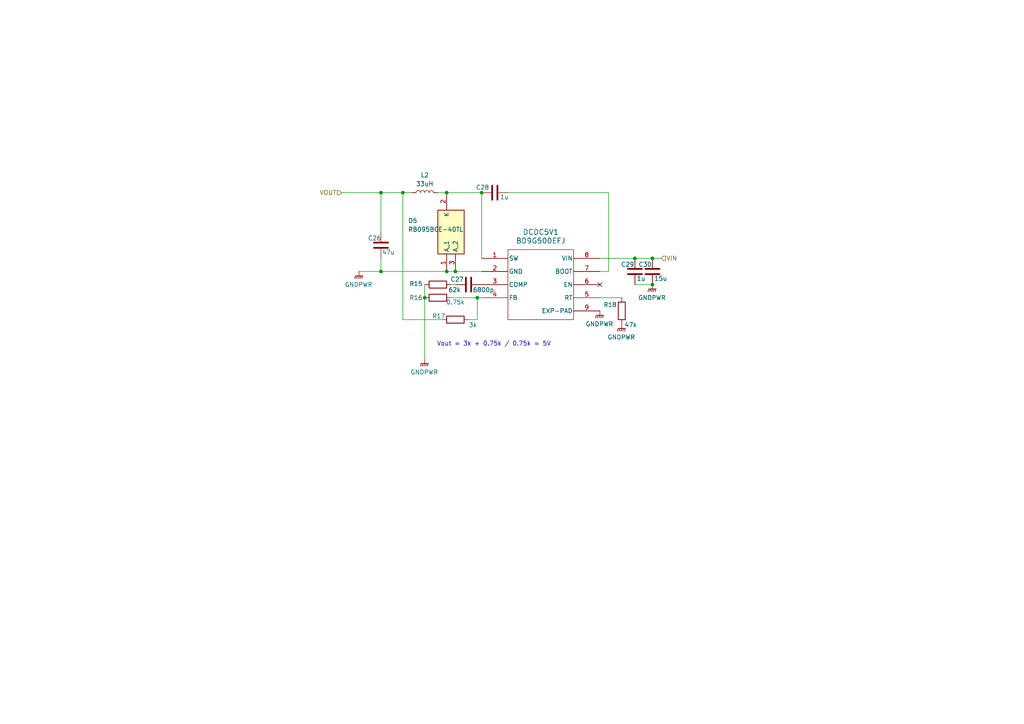
<source format=kicad_sch>
(kicad_sch (version 20250114) (generator "eeschema") (generator_version "9.0")
  (paper "A4")
  (lib_symbols
    (symbol "2025-08-07_11-28-52:BD9G500EFJ" (pin_names (offset 0.254))
      (property "Reference" "U" (at 0 23.114 0))
      (property "Value" "BD9G500EFJ" (at 0 25.654 0))
      (symbol "BD9G500EFJ_0_1"
        (pin unspecified line (at -16.51 17.78 0) (length 7.62) (name "SW") (number "1"))
        (pin unspecified line (at -16.51 13.97 0) (length 7.62) (name "GND") (number "2"))
        (pin unspecified line (at -16.51 10.16 0) (length 7.62) (name "COMP") (number "3"))
        (pin unspecified line (at -16.51 6.35 0) (length 7.62) (name "FB") (number "4"))
        (pin unspecified line (at 17.78 17.78 180) (length 7.62) (name "VIN") (number "8"))
        (pin unspecified line (at 17.78 13.97 180) (length 7.62) (name "BOOT") (number "7"))
        (pin unspecified line (at 17.78 10.16 180) (length 7.62) (name "EN") (number "6"))
        (pin unspecified line (at 17.78 6.35 180) (length 7.62) (name "RT") (number "5"))
        (pin unspecified line (at 17.78 2.54 180) (length 7.62) (name "EXP-PAD") (number "9"))
      )
      (symbol "BD9G500EFJ_1_1"
        (rectangle (start -8.89 20.32) (end 10.16 0))
      )
    )
    (symbol "Device:C" (pin_numbers (hide yes)) (pin_names (offset 0.254))
      (property "Reference" "C" (at 0.635 2.54 0))
      (property "Value" "C" (at 0.635 -2.54 0))
      (symbol "C_0_1"
        (polyline (pts (xy -2.032 0.762) (xy 2.032 0.762)) (stroke (width 0.508)))
        (polyline (pts (xy -2.032 -0.762) (xy 2.032 -0.762)) (stroke (width 0.508)))
      )
      (symbol "C_1_1"
        (pin passive line (at 0 3.81 270) (length 2.794) (name "~") (number "1"))
        (pin passive line (at 0 -3.81 90) (length 2.794) (name "~") (number "2"))
      )
    )
    (symbol "Device:L" (pin_numbers (hide yes)) (pin_names (offset 1.016) (hide yes))
      (property "Reference" "L" (at -1.27 0 90))
      (property "Value" "L" (at 1.905 0 90))
      (symbol "L_0_1"
        (arc (start 0 2.54) (mid 0.6323 1.905) (end 0 1.27))
        (arc (start 0 1.27) (mid 0.6323 0.635) (end 0 0))
        (arc (start 0 0) (mid 0.6323 -0.635) (end 0 -1.27))
        (arc (start 0 -1.27) (mid 0.6323 -1.905) (end 0 -2.54))
      )
      (symbol "L_1_1"
        (pin passive line (at 0 3.81 270) (length 1.27) (name "1") (number "1"))
        (pin passive line (at 0 -3.81 90) (length 1.27) (name "2") (number "2"))
      )
    )
    (symbol "Device:R" (pin_numbers (hide yes)) (pin_names (offset 0))
      (property "Reference" "R" (at 2.032 0 90))
      (property "Value" "R" (at 0 0 90))
      (symbol "R_0_1"
        (rectangle (start -1.016 -2.54) (end 1.016 2.54) (stroke (width 0.254)))
      )
      (symbol "R_1_1"
        (pin passive line (at 0 3.81 270) (length 1.27) (name "~") (number "1"))
        (pin passive line (at 0 -3.81 90) (length 1.27) (name "~") (number "2"))
      )
    )
    (symbol "RB095BGE-40TL:RB095BGE-40TL"
      (property "Reference" "D" (at 19.05 7.62 0))
      (property "Value" "RB095BGE-40TL" (at 19.05 5.08 0))
      (symbol "RB095BGE-40TL_1_1"
        (rectangle (start 5.08 2.54) (end 17.78 -5.08) (stroke (width 0.254)) (fill (type background)))
        (pin passive line (at 0 0 0) (length 5.08) (name "A_1") (number "1"))
        (pin passive line (at 0 -2.54 0) (length 5.08) (name "A_2") (number "3"))
        (pin passive line (at 22.86 0 180) (length 5.08) (name "K") (number "2"))
      )
    )
    (symbol "power:GNDPWR" (power) (pin_numbers (hide yes)) (pin_names (offset 0) (hide yes))
      (property "Value" "GNDPWR" (at 0 -3.302 0))
      (symbol "GNDPWR_0_1"
        (polyline (pts (xy -1.016 -1.27) (xy -1.27 -2.032) (xy -1.27 -2.032)) (stroke (width 0.2032)))
        (polyline (pts (xy -0.508 -1.27) (xy -0.762 -2.032) (xy -0.762 -2.032)) (stroke (width 0.2032)))
        (polyline (pts (xy 0 -1.27) (xy 0 0)))
        (polyline (pts (xy 0 -1.27) (xy -0.254 -2.032) (xy -0.254 -2.032)) (stroke (width 0.2032)))
        (polyline (pts (xy 0.508 -1.27) (xy 0.254 -2.032) (xy 0.254 -2.032)) (stroke (width 0.2032)))
        (polyline (pts (xy 1.016 -1.27) (xy -1.016 -1.27) (xy -1.016 -1.27)) (stroke (width 0.2032)))
        (polyline (pts (xy 1.016 -1.27) (xy 0.762 -2.032) (xy 0.762 -2.032) (xy 0.762 -2.032)) (stroke (width 0.2032)))
      )
      (symbol "GNDPWR_1_1"
        (pin power_in line (at 0 0 270) (length 0) (name "~") (number "1"))
      )
    )
  )
  (text "Vout = 3k + 0.75k / 0.75k = 5V" (at 143.256 99.822 0) (effects (font (size 1.27 1.27))))
  (junction (at 184.15 74.93))
  (junction (at 132.08 78.74))
  (junction (at 110.49 78.74))
  (junction (at 189.23 82.55))
  (junction (at 110.49 55.88))
  (junction (at 129.54 55.88))
  (junction (at 139.7 55.88))
  (junction (at 123.19 86.36))
  (junction (at 129.54 78.74))
  (junction (at 116.84 55.88))
  (junction (at 138.43 86.36))
  (junction (at 189.23 74.93))
  (no_connect (at 173.99 82.55))
  (wire (pts (xy 116.84 92.71) (xy 128.27 92.71)))
  (wire (pts (xy 123.19 86.36) (xy 123.19 104.14)))
  (wire (pts (xy 138.43 86.36) (xy 138.43 92.71)))
  (wire (pts (xy 173.99 86.36) (xy 180.34 86.36)))
  (wire (pts (xy 184.15 74.93) (xy 189.23 74.93)))
  (wire (pts (xy 139.7 74.93) (xy 139.7 55.88)))
  (wire (pts (xy 123.19 82.55) (xy 123.19 86.36)))
  (wire (pts (xy 127 55.88) (xy 129.54 55.88)))
  (wire (pts (xy 147.32 55.88) (xy 176.53 55.88)))
  (wire (pts (xy 129.54 55.88) (xy 139.7 55.88)))
  (wire (pts (xy 135.89 92.71) (xy 138.43 92.71)))
  (wire (pts (xy 138.43 86.36) (xy 139.7 86.36)))
  (wire (pts (xy 132.08 78.74) (xy 139.7 78.74)))
  (wire (pts (xy 110.49 78.74) (xy 129.54 78.74)))
  (wire (pts (xy 184.15 82.55) (xy 189.23 82.55)))
  (wire (pts (xy 173.99 74.93) (xy 184.15 74.93)))
  (wire (pts (xy 110.49 55.88) (xy 116.84 55.88)))
  (wire (pts (xy 110.49 67.31) (xy 110.49 55.88)))
  (wire (pts (xy 110.49 74.93) (xy 110.49 78.74)))
  (wire (pts (xy 116.84 55.88) (xy 119.38 55.88)))
  (wire (pts (xy 176.53 78.74) (xy 176.53 55.88)))
  (wire (pts (xy 173.99 78.74) (xy 176.53 78.74)))
  (wire (pts (xy 130.81 82.55) (xy 132.08 82.55)))
  (wire (pts (xy 116.84 55.88) (xy 116.84 92.71)))
  (wire (pts (xy 138.43 86.36) (xy 130.81 86.36)))
  (wire (pts (xy 99.06 55.88) (xy 110.49 55.88)))
  (wire (pts (xy 129.54 78.74) (xy 132.08 78.74)))
  (wire (pts (xy 189.23 74.93) (xy 191.77 74.93)))
  (wire (pts (xy 104.14 78.74) (xy 110.49 78.74)))
  (hierarchical_label "VIN" (shape input) (at 191.77 74.93 0))
  (hierarchical_label "VOUT" (shape input) (at 99.06 55.88 180))
  (symbol (lib_id "power:GNDPWR") (at 104.14 78.74 0) (unit 1)
    (property "Reference" "#PWR081" (effects (hide yes)))
    (property "Value" "GNDPWR" (at 104.013 82.55 0))
    (property "Description" "Power symbol creates a global label with name \"GNDPWR\" , global ground" (effects (hide yes)))
  )
  (symbol (lib_id "power:GNDPWR") (at 180.34 93.98 0) (unit 1)
    (property "Reference" "#PWR047" (effects (hide yes)))
    (property "Value" "GNDPWR" (at 180.213 97.79 0))
    (property "Description" "Power symbol creates a global label with name \"GNDPWR\" , global ground" (effects (hide yes)))
  )
  (symbol (lib_id "Device:R") (at 127 86.36 90) (unit 1)
    (property "Reference" "R16" (at 120.65 86.36 90))
    (property "Value" "0.75k" (at 132.08 87.63 90))
    (property "Footprint" "Resistor_SMD:R_0603_1608Metric" (effects (hide yes)))
    (property "Description" "Resistor" (effects (hide yes)))
  )
  (symbol (lib_id "Device:R") (at 132.08 92.71 90) (unit 1)
    (property "Reference" "R17" (at 127.254 91.694 90))
    (property "Value" "3k" (at 137.16 94.234 90))
    (property "Footprint" "Resistor_SMD:R_0603_1608Metric" (effects (hide yes)))
    (property "Description" "Resistor" (effects (hide yes)))
  )
  (symbol (lib_id "Device:C") (at 135.89 82.55 90) (unit 1)
    (property "Reference" "C27" (at 132.588 81.026 90))
    (property "Value" "6800p" (at 140.208 84.074 90))
    (property "Footprint" "Capacitor_SMD:C_0603_1608Metric" (effects (hide yes)))
    (property "Description" "Unpolarized capacitor" (effects (hide yes)))
  )
  (symbol (lib_id "Device:R") (at 180.34 90.17 0) (unit 1)
    (property "Reference" "R18" (at 175.006 88.392 0) (effects (justify left)))
    (property "Value" "47k" (at 181.102 94.234 0) (effects (justify left)))
    (property "Footprint" "Resistor_SMD:R_0603_1608Metric" (effects (hide yes)))
    (property "Description" "Resistor" (effects (hide yes)))
  )
  (symbol (lib_id "power:GNDPWR") (at 173.99 90.17 0) (unit 1)
    (property "Reference" "#PWR048" (effects (hide yes)))
    (property "Value" "GNDPWR" (at 173.863 93.98 0))
    (property "Description" "Power symbol creates a global label with name \"GNDPWR\" , global ground" (effects (hide yes)))
  )
  (symbol (lib_id "2025-08-07_11-28-52:BD9G500EFJ") (at 156.21 92.71 0) (unit 1)
    (property "Reference" "DCDC5V1" (at 156.845 67.31 0) (effects (font (size 1.524 1.524))))
    (property "Value" "BD9G500EFJ" (at 156.845 69.85 0) (effects (font (size 1.524 1.524))))
    (property "Footprint" "BD9G500EFJ:HTSOP-J8" (effects (hide yes)))
    (property "Datasheet" "Unknown" (effects (hide yes)))
  )
  (symbol (lib_id "RB095BGE-40TL:RB095BGE-40TL") (at 129.54 78.74 90) (unit 1)
    (property "Reference" "D5" (at 118.364 64.008 90) (effects (justify right)))
    (property "Value" "RB095BGE-40TL" (at 118.364 66.548 90) (effects (justify right)))
    (property "Footprint" "RB095BGE:RD3P175SNFRATL" (effects (hide yes)))
    (property "Datasheet" "https://fscdn.rohm.com/en/products/databook/datasheet/discrete/diode/schottky_barrier/rb095bge-40tl-e.pdf" (effects (hide yes)))
    (property "Description" "40V, 6A, TO-252 (DPAK), Schottky Barrier Diode" (effects (hide yes)))
    (property "Manufacturer_Name" "ROHM Semiconductor" (effects (hide yes)))
    (property "Manufacturer_Part_Number" "RB095BGE-40TL" (effects (hide yes)))
    (property "Mouser Part Number" "755-RB095BGE-40TL" (effects (hide yes)))
    (property "Mouser Price/Stock" "https://www.mouser.co.uk/ProductDetail/ROHM-Semiconductor/RB095BGE-40TL?qs=rrS6PyfT74cqNVRHPjAxlA%3D%3D" (effects (hide yes)))
  )
  (symbol (lib_id "Device:C") (at 184.15 78.74 0) (unit 1)
    (property "Reference" "C29" (at 180.086 76.708 0) (effects (justify left)))
    (property "Value" "1u" (at 184.658 80.772 0) (effects (justify left)))
    (property "Footprint" "Capacitor_SMD:C_0603_1608Metric" (effects (hide yes)))
    (property "Description" "Unpolarized capacitor" (effects (hide yes)))
  )
  (symbol (lib_id "power:GNDPWR") (at 123.19 104.14 0) (unit 1)
    (property "Reference" "#PWR049" (effects (hide yes)))
    (property "Value" "GNDPWR" (at 123.063 107.95 0))
    (property "Description" "Power symbol creates a global label with name \"GNDPWR\" , global ground" (effects (hide yes)))
  )
  (symbol (lib_id "Device:C") (at 110.49 71.12 180) (unit 1)
    (property "Reference" "C26" (at 106.68 69.088 0) (effects (justify right)))
    (property "Value" "47u" (at 110.744 73.152 0) (effects (justify right)))
    (property "Footprint" "Capacitor_SMD:C_1206_3216Metric" (effects (hide yes)))
    (property "Description" "Unpolarized capacitor" (effects (hide yes)))
  )
  (symbol (lib_id "Device:C") (at 189.23 78.74 0) (unit 1)
    (property "Reference" "C30" (at 185.166 76.708 0) (effects (justify left)))
    (property "Value" "15u" (at 189.738 80.772 0) (effects (justify left)))
    (property "Footprint" "Capacitor_SMD:C_2220_5750Metric" (effects (hide yes)))
    (property "Description" "Unpolarized capacitor" (effects (hide yes)))
  )
  (symbol (lib_id "Device:C") (at 143.51 55.88 90) (unit 1)
    (property "Reference" "C28" (at 139.954 54.356 90))
    (property "Value" "1u" (at 146.304 57.15 90))
    (property "Footprint" "Capacitor_SMD:C_0603_1608Metric" (effects (hide yes)))
    (property "Description" "Unpolarized capacitor" (effects (hide yes)))
  )
  (symbol (lib_id "power:GNDPWR") (at 189.23 82.55 0) (unit 1)
    (property "Reference" "#PWR046" (effects (hide yes)))
    (property "Value" "GNDPWR" (at 189.103 86.36 0))
    (property "Description" "Power symbol creates a global label with name \"GNDPWR\" , global ground" (effects (hide yes)))
  )
  (symbol (lib_id "Device:R") (at 127 82.55 90) (unit 1)
    (property "Reference" "R15" (at 120.65 82.296 90))
    (property "Value" "62k" (at 131.826 84.074 90))
    (property "Footprint" "Resistor_SMD:R_0603_1608Metric" (effects (hide yes)))
    (property "Description" "Resistor" (effects (hide yes)))
  )
  (symbol (lib_id "Device:L") (at 123.19 55.88 90) (unit 1)
    (property "Reference" "L2" (at 123.19 50.8 90))
    (property "Value" "33uH" (at 123.19 53.34 90))
    (property "Footprint" "L33uH2:IND_CSEB0660H-330M" (effects (hide yes)))
    (property "Description" "Inductor" (effects (hide yes)))
  )
)
</source>
